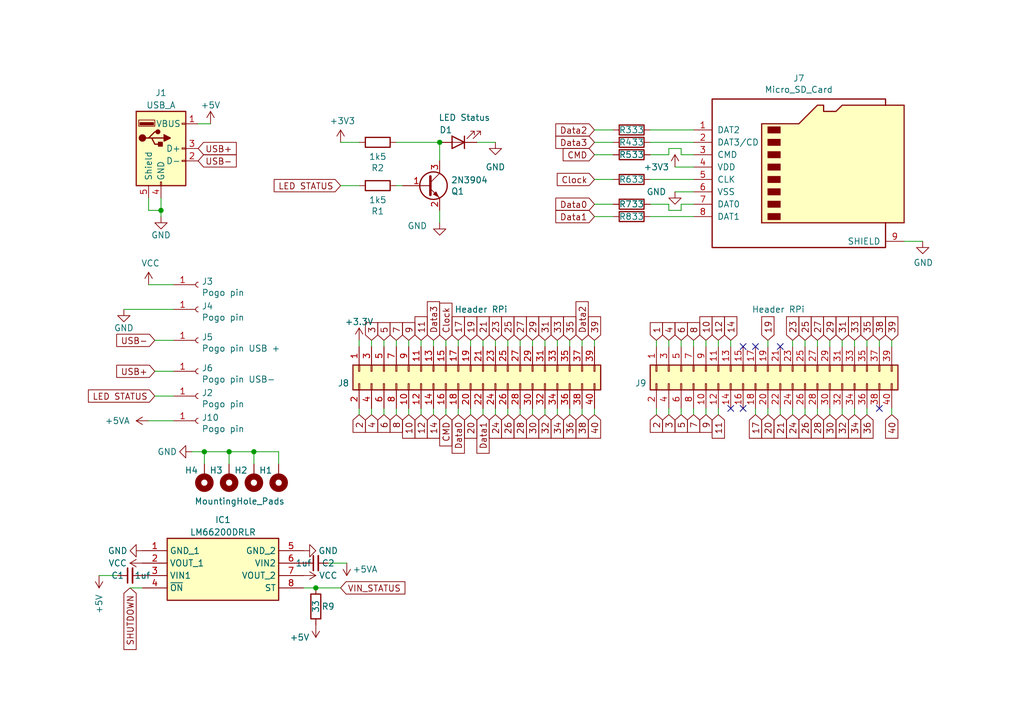
<source format=kicad_sch>
(kicad_sch (version 20230121) (generator eeschema)
  (paper "A5")
  (title_block (title "RPiUSB") (date "2023-07-01") (rev "Rev 2.0") (company "None") (comment 1 "Maker : Pooky'"))
  (lib_symbols
    (symbol "Connector:Micro_SD_Card" (pin_names (offset 1.016))
      (property "Reference" "J" (at -16.51 15.24 0))
      (property "Value" "Micro_SD_Card" (at 16.51 15.24 0))
      (symbol "Micro_SD_Card_0_1"
        (rectangle (start -7.62 -9.525) (end -5.08 -10.795) (fill (type outline)))
        (rectangle (start -7.62 -6.985) (end -5.08 -8.255) (fill (type outline)))
        (rectangle (start -7.62 -4.445) (end -5.08 -5.715) (fill (type outline)))
        (rectangle (start -7.62 -1.905) (end -5.08 -3.175) (fill (type outline)))
        (rectangle (start -7.62 0.635) (end -5.08 -0.635) (fill (type outline)))
        (rectangle (start -7.62 3.175) (end -5.08 1.905) (fill (type outline)))
        (rectangle (start -7.62 5.715) (end -5.08 4.445) (fill (type outline)))
        (rectangle (start -7.62 8.255) (end -5.08 6.985) (fill (type outline)))
        (polyline (pts (xy 16.51 12.7) (xy 16.51 13.97) (xy -19.05 13.97) (xy -19.05 -16.51) (xy 16.51 -16.51) (xy 16.51 -11.43)) (stroke (width 0.254)))
        (polyline (pts (xy -8.89 -11.43) (xy -8.89 8.89) (xy -1.27 8.89) (xy 2.54 12.7) (xy 3.81 12.7) (xy 3.81 11.43) (xy 6.35 11.43) (xy 7.62 12.7) (xy 20.32 12.7) (xy 20.32 -11.43) (xy -8.89 -11.43)) (stroke (width 0.254)) (fill (type background)))
      )
      (symbol "Micro_SD_Card_1_1"
        (pin bidirectional line (at -22.86 7.62 0) (length 3.81) (name "DAT2") (number "1"))
        (pin bidirectional line (at -22.86 5.08 0) (length 3.81) (name "DAT3/CD") (number "2"))
        (pin input line (at -22.86 2.54 0) (length 3.81) (name "CMD") (number "3"))
        (pin power_in line (at -22.86 0 0) (length 3.81) (name "VDD") (number "4"))
        (pin input line (at -22.86 -2.54 0) (length 3.81) (name "CLK") (number "5"))
        (pin power_in line (at -22.86 -5.08 0) (length 3.81) (name "VSS") (number "6"))
        (pin bidirectional line (at -22.86 -7.62 0) (length 3.81) (name "DAT0") (number "7"))
        (pin bidirectional line (at -22.86 -10.16 0) (length 3.81) (name "DAT1") (number "8"))
        (pin passive line (at 20.32 -15.24 180) (length 3.81) (name "SHIELD") (number "9"))
      )
    )
    (symbol "Connector:USB_A" (pin_names (offset 1.016))
      (property "Reference" "J" (at -5.08 11.43 0))
      (property "Value" "USB_A" (at -5.08 8.89 0))
      (symbol "USB_A_0_1"
        (rectangle (start -5.08 -7.62) (end 5.08 7.62) (stroke (width 0.254)) (fill (type background)))
        (circle (center -3.81 2.159) (radius 0.635) (stroke (width 0.254)) (fill (type outline)))
        (rectangle (start -1.524 4.826) (end -4.318 5.334) (fill (type outline)))
        (rectangle (start -1.27 4.572) (end -4.572 5.842))
        (circle (center -0.635 3.429) (radius 0.381) (stroke (width 0.254)) (fill (type outline)))
        (rectangle (start -0.127 -7.62) (end 0.127 -6.858))
        (polyline (pts (xy -3.175 2.159) (xy -2.54 2.159) (xy -1.27 3.429) (xy -0.635 3.429)) (stroke (width 0.254)))
        (polyline (pts (xy -2.54 2.159) (xy -1.905 2.159) (xy -1.27 0.889) (xy 0 0.889)) (stroke (width 0.254)))
        (polyline (pts (xy 0.635 2.794) (xy 0.635 1.524) (xy 1.905 2.159) (xy 0.635 2.794)) (stroke (width 0.254)) (fill (type outline)))
        (rectangle (start 0.254 1.27) (end -0.508 0.508) (stroke (width 0.254)) (fill (type outline)))
        (rectangle (start 5.08 -2.667) (end 4.318 -2.413))
        (rectangle (start 5.08 -0.127) (end 4.318 0.127))
        (rectangle (start 5.08 4.953) (end 4.318 5.207))
      )
      (symbol "USB_A_1_1"
        (polyline (pts (xy -1.905 2.159) (xy 0.635 2.159)) (stroke (width 0.254)))
        (pin power_in line (at 7.62 5.08 180) (length 2.54) (name "VBUS") (number "1"))
        (pin bidirectional line (at 7.62 -2.54 180) (length 2.54) (name "D-") (number "2"))
        (pin bidirectional line (at 7.62 0 180) (length 2.54) (name "D+") (number "3"))
        (pin power_in line (at 0 -10.16 90) (length 2.54) (name "GND") (number "4"))
        (pin passive line (at -2.54 -10.16 90) (length 2.54) (name "Shield") (number "5"))
      )
    )
    (symbol "Connector_Generic:Conn_02x20_Odd_Even" (pin_names (offset 1.016) hide)
      (property "Reference" "J" (at 1.27 25.4 0))
      (property "Value" "Conn_02x20_Odd_Even" (at 1.27 -27.94 0))
      (symbol "Conn_02x20_Odd_Even_1_1"
        (rectangle (start -1.27 -25.273) (end 0 -25.527) (stroke (width 0.1524)))
        (rectangle (start -1.27 -22.733) (end 0 -22.987) (stroke (width 0.1524)))
        (rectangle (start -1.27 -20.193) (end 0 -20.447) (stroke (width 0.1524)))
        (rectangle (start -1.27 -17.653) (end 0 -17.907) (stroke (width 0.1524)))
        (rectangle (start -1.27 -15.113) (end 0 -15.367) (stroke (width 0.1524)))
        (rectangle (start -1.27 -12.573) (end 0 -12.827) (stroke (width 0.1524)))
        (rectangle (start -1.27 -10.033) (end 0 -10.287) (stroke (width 0.1524)))
        (rectangle (start -1.27 -7.493) (end 0 -7.747) (stroke (width 0.1524)))
        (rectangle (start -1.27 -4.953) (end 0 -5.207) (stroke (width 0.1524)))
        (rectangle (start -1.27 -2.413) (end 0 -2.667) (stroke (width 0.1524)))
        (rectangle (start -1.27 0.127) (end 0 -0.127) (stroke (width 0.1524)))
        (rectangle (start -1.27 2.667) (end 0 2.413) (stroke (width 0.1524)))
        (rectangle (start -1.27 5.207) (end 0 4.953) (stroke (width 0.1524)))
        (rectangle (start -1.27 7.747) (end 0 7.493) (stroke (width 0.1524)))
        (rectangle (start -1.27 10.287) (end 0 10.033) (stroke (width 0.1524)))
        (rectangle (start -1.27 12.827) (end 0 12.573) (stroke (width 0.1524)))
        (rectangle (start -1.27 15.367) (end 0 15.113) (stroke (width 0.1524)))
        (rectangle (start -1.27 17.907) (end 0 17.653) (stroke (width 0.1524)))
        (rectangle (start -1.27 20.447) (end 0 20.193) (stroke (width 0.1524)))
        (rectangle (start -1.27 22.987) (end 0 22.733) (stroke (width 0.1524)))
        (rectangle (start -1.27 24.13) (end 3.81 -26.67) (stroke (width 0.254)) (fill (type background)))
        (rectangle (start 3.81 -25.273) (end 2.54 -25.527) (stroke (width 0.1524)))
        (rectangle (start 3.81 -22.733) (end 2.54 -22.987) (stroke (width 0.1524)))
        (rectangle (start 3.81 -20.193) (end 2.54 -20.447) (stroke (width 0.1524)))
        (rectangle (start 3.81 -17.653) (end 2.54 -17.907) (stroke (width 0.1524)))
        (rectangle (start 3.81 -15.113) (end 2.54 -15.367) (stroke (width 0.1524)))
        (rectangle (start 3.81 -12.573) (end 2.54 -12.827) (stroke (width 0.1524)))
        (rectangle (start 3.81 -10.033) (end 2.54 -10.287) (stroke (width 0.1524)))
        (rectangle (start 3.81 -7.493) (end 2.54 -7.747) (stroke (width 0.1524)))
        (rectangle (start 3.81 -4.953) (end 2.54 -5.207) (stroke (width 0.1524)))
        (rectangle (start 3.81 -2.413) (end 2.54 -2.667) (stroke (width 0.1524)))
        (rectangle (start 3.81 0.127) (end 2.54 -0.127) (stroke (width 0.1524)))
        (rectangle (start 3.81 2.667) (end 2.54 2.413) (stroke (width 0.1524)))
        (rectangle (start 3.81 5.207) (end 2.54 4.953) (stroke (width 0.1524)))
        (rectangle (start 3.81 7.747) (end 2.54 7.493) (stroke (width 0.1524)))
        (rectangle (start 3.81 10.287) (end 2.54 10.033) (stroke (width 0.1524)))
        (rectangle (start 3.81 12.827) (end 2.54 12.573) (stroke (width 0.1524)))
        (rectangle (start 3.81 15.367) (end 2.54 15.113) (stroke (width 0.1524)))
        (rectangle (start 3.81 17.907) (end 2.54 17.653) (stroke (width 0.1524)))
        (rectangle (start 3.81 20.447) (end 2.54 20.193) (stroke (width 0.1524)))
        (rectangle (start 3.81 22.987) (end 2.54 22.733) (stroke (width 0.1524)))
        (pin passive line (at -5.08 22.86 0) (length 3.81) (name "Pin_1") (number "1"))
        (pin passive line (at 7.62 12.7 180) (length 3.81) (name "Pin_10") (number "10"))
        (pin passive line (at -5.08 10.16 0) (length 3.81) (name "Pin_11") (number "11"))
        (pin passive line (at 7.62 10.16 180) (length 3.81) (name "Pin_12") (number "12"))
        (pin passive line (at -5.08 7.62 0) (length 3.81) (name "Pin_13") (number "13"))
        (pin passive line (at 7.62 7.62 180) (length 3.81) (name "Pin_14") (number "14"))
        (pin passive line (at -5.08 5.08 0) (length 3.81) (name "Pin_15") (number "15"))
        (pin passive line (at 7.62 5.08 180) (length 3.81) (name "Pin_16") (number "16"))
        (pin passive line (at -5.08 2.54 0) (length 3.81) (name "Pin_17") (number "17"))
        (pin passive line (at 7.62 2.54 180) (length 3.81) (name "Pin_18") (number "18"))
        (pin passive line (at -5.08 0 0) (length 3.81) (name "Pin_19") (number "19"))
        (pin passive line (at 7.62 22.86 180) (length 3.81) (name "Pin_2") (number "2"))
        (pin passive line (at 7.62 0 180) (length 3.81) (name "Pin_20") (number "20"))
        (pin passive line (at -5.08 -2.54 0) (length 3.81) (name "Pin_21") (number "21"))
        (pin passive line (at 7.62 -2.54 180) (length 3.81) (name "Pin_22") (number "22"))
        (pin passive line (at -5.08 -5.08 0) (length 3.81) (name "Pin_23") (number "23"))
        (pin passive line (at 7.62 -5.08 180) (length 3.81) (name "Pin_24") (number "24"))
        (pin passive line (at -5.08 -7.62 0) (length 3.81) (name "Pin_25") (number "25"))
        (pin passive line (at 7.62 -7.62 180) (length 3.81) (name "Pin_26") (number "26"))
        (pin passive line (at -5.08 -10.16 0) (length 3.81) (name "Pin_27") (number "27"))
        (pin passive line (at 7.62 -10.16 180) (length 3.81) (name "Pin_28") (number "28"))
        (pin passive line (at -5.08 -12.7 0) (length 3.81) (name "Pin_29") (number "29"))
        (pin passive line (at -5.08 20.32 0) (length 3.81) (name "Pin_3") (number "3"))
        (pin passive line (at 7.62 -12.7 180) (length 3.81) (name "Pin_30") (number "30"))
        (pin passive line (at -5.08 -15.24 0) (length 3.81) (name "Pin_31") (number "31"))
        (pin passive line (at 7.62 -15.24 180) (length 3.81) (name "Pin_32") (number "32"))
        (pin passive line (at -5.08 -17.78 0) (length 3.81) (name "Pin_33") (number "33"))
        (pin passive line (at 7.62 -17.78 180) (length 3.81) (name "Pin_34") (number "34"))
        (pin passive line (at -5.08 -20.32 0) (length 3.81) (name "Pin_35") (number "35"))
        (pin passive line (at 7.62 -20.32 180) (length 3.81) (name "Pin_36") (number "36"))
        (pin passive line (at -5.08 -22.86 0) (length 3.81) (name "Pin_37") (number "37"))
        (pin passive line (at 7.62 -22.86 180) (length 3.81) (name "Pin_38") (number "38"))
        (pin passive line (at -5.08 -25.4 0) (length 3.81) (name "Pin_39") (number "39"))
        (pin passive line (at 7.62 20.32 180) (length 3.81) (name "Pin_4") (number "4"))
        (pin passive line (at 7.62 -25.4 180) (length 3.81) (name "Pin_40") (number "40"))
        (pin passive line (at -5.08 17.78 0) (length 3.81) (name "Pin_5") (number "5"))
        (pin passive line (at 7.62 17.78 180) (length 3.81) (name "Pin_6") (number "6"))
        (pin passive line (at -5.08 15.24 0) (length 3.81) (name "Pin_7") (number "7"))
        (pin passive line (at 7.62 15.24 180) (length 3.81) (name "Pin_8") (number "8"))
        (pin passive line (at -5.08 12.7 0) (length 3.81) (name "Pin_9") (number "9"))
      )
    )
    (symbol "Device:C_Small" (pin_numbers hide) (pin_names (offset 0.254) hide)
      (property "Reference" "C" (at 0.254 1.778 0))
      (property "Value" "C_Small" (at 0.254 -2.032 0))
      (symbol "C_Small_0_1"
        (polyline (pts (xy -1.524 -0.508) (xy 1.524 -0.508)) (stroke (width 0.3302)))
        (polyline (pts (xy -1.524 0.508) (xy 1.524 0.508)) (stroke (width 0.3048)))
      )
      (symbol "C_Small_1_1"
        (pin passive line (at 0 2.54 270) (length 2.032) (name "~") (number "1"))
        (pin passive line (at 0 -2.54 90) (length 2.032) (name "~") (number "2"))
      )
    )
    (symbol "Device:LED" (pin_numbers hide) (pin_names (offset 1.016) hide)
      (property "Reference" "D" (at 0 2.54 0))
      (property "Value" "LED" (at 0 -2.54 0))
      (symbol "LED_0_1"
        (polyline (pts (xy -1.27 -1.27) (xy -1.27 1.27)) (stroke (width 0.254)))
        (polyline (pts (xy -1.27 0) (xy 1.27 0)))
        (polyline (pts (xy 1.27 -1.27) (xy 1.27 1.27) (xy -1.27 0) (xy 1.27 -1.27)) (stroke (width 0.254)))
        (polyline (pts (xy -3.048 -0.762) (xy -4.572 -2.286) (xy -3.81 -2.286) (xy -4.572 -2.286) (xy -4.572 -1.524)))
        (polyline (pts (xy -1.778 -0.762) (xy -3.302 -2.286) (xy -2.54 -2.286) (xy -3.302 -2.286) (xy -3.302 -1.524)))
      )
      (symbol "LED_1_1"
        (pin passive line (at -3.81 0 0) (length 2.54) (name "K") (number "1"))
        (pin passive line (at 3.81 0 180) (length 2.54) (name "A") (number "2"))
      )
    )
    (symbol "Device:R" (pin_numbers hide) (pin_names (offset 0))
      (property "Reference" "R" (at 2.032 0 90))
      (property "Value" "R" (at 0 0 90))
      (symbol "R_0_1"
        (rectangle (start -1.016 -2.54) (end 1.016 2.54) (stroke (width 0.254)))
      )
      (symbol "R_1_1"
        (pin passive line (at 0 3.81 270) (length 1.27) (name "~") (number "1"))
        (pin passive line (at 0 -3.81 90) (length 1.27) (name "~") (number "2"))
      )
    )
    (symbol "LM66200DRLR:LM66200DRLR"
      (property "Reference" "IC" (at 29.21 7.62 0))
      (property "Value" "LM66200DRLR" (at 29.21 5.08 0))
      (symbol "LM66200DRLR_1_1"
        (rectangle (start 5.08 2.54) (end 27.94 -10.16) (stroke (width 0.254)) (fill (type background)))
        (pin passive line (at 0 0 0) (length 5.08) (name "GND_1") (number "1"))
        (pin passive line (at 0 -2.54 0) (length 5.08) (name "VOUT_1") (number "2"))
        (pin passive line (at 0 -5.08 0) (length 5.08) (name "VIN1") (number "3"))
        (pin passive line (at 0 -7.62 0) (length 5.08) (name "~{ON}") (number "4"))
        (pin passive line (at 33.02 0 180) (length 5.08) (name "GND_2") (number "5"))
        (pin passive line (at 33.02 -2.54 180) (length 5.08) (name "VIN2") (number "6"))
        (pin passive line (at 33.02 -5.08 180) (length 5.08) (name "VOUT_2") (number "7"))
        (pin passive line (at 33.02 -7.62 180) (length 5.08) (name "ST") (number "8"))
      )
    )
    (symbol "Mechanical:MountingHole_Pad" (pin_numbers hide) (pin_names (offset 1.016) hide)
      (property "Reference" "H" (at 0 6.35 0))
      (property "Value" "MountingHole_Pad" (at 0 4.445 0))
      (symbol "MountingHole_Pad_0_1"
        (circle (center 0 1.27) (radius 1.27) (stroke (width 1.27)))
      )
      (symbol "MountingHole_Pad_1_1"
        (pin input line (at 0 -2.54 90) (length 2.54) (name "1") (number "1"))
      )
    )
    (symbol "RPIUSB-rescue:+3.3V-power" (power) (pin_names (offset 0))
      (property "Value" "+3.3V-power" (at 0 3.556 0))
      (symbol "+3.3V-power_0_1"
        (polyline (pts (xy -0.762 1.27) (xy 0 2.54)))
        (polyline (pts (xy 0 0) (xy 0 2.54)))
        (polyline (pts (xy 0 2.54) (xy 0.762 1.27)))
      )
      (symbol "+3.3V-power_1_1"
        (pin power_in line (at 0 0 90) (length 0) hide (name "+3V3") (number "1"))
      )
    )
    (symbol "RPIUSB-rescue:Conn_01x01_Female-Connector" (pin_names (offset 1.016) hide)
      (property "Reference" "J" (at 0 2.54 0))
      (property "Value" "Connector_Conn_01x01_Female" (at 0 -2.54 0))
      (symbol "Conn_01x01_Female-Connector_1_1"
        (polyline (pts (xy -1.27 0) (xy -0.508 0)) (stroke (width 0.1524)))
        (arc (start 0 0.508) (mid -0.5058 0) (end 0 -0.508) (stroke (width 0.1524)))
        (pin passive line (at -5.08 0 0) (length 3.81) (name "Pin_1") (number "1"))
      )
    )
    (symbol "Transistor_BJT:2N3904" (pin_names (offset 0) hide)
      (property "Reference" "Q1" (at 4.8514 -1.1684 0))
      (property "Value" "2N3904" (at 4.8514 1.143 0))
      (symbol "2N3904_0_1"
        (polyline (pts (xy 0.635 0.635) (xy 2.54 2.54)))
        (polyline (pts (xy 0.635 -0.635) (xy 2.54 -2.54) (xy 2.54 -2.54)))
        (polyline (pts (xy 0.635 1.905) (xy 0.635 -1.905) (xy 0.635 -1.905)) (stroke (width 0.508)))
        (polyline (pts (xy 1.27 -1.778) (xy 1.778 -1.27) (xy 2.286 -2.286) (xy 1.27 -1.778) (xy 1.27 -1.778)) (fill (type outline)))
        (circle (center 1.27 0) (radius 2.8194) (stroke (width 0.254)))
      )
      (symbol "2N3904_1_1"
        (pin passive line (at -5.08 0 0) (length 5.715) (name "B") (number "1"))
        (pin passive line (at 2.54 -5.08 90) (length 2.54) (name "E") (number "2"))
        (pin passive line (at 2.54 5.08 270) (length 2.54) (name "C") (number "3"))
      )
    )
    (symbol "power:+3.3V" (power) (pin_names (offset 0))
      (property "Value" "+3.3V" (at 0 3.556 0))
      (symbol "+3.3V_0_1"
        (polyline (pts (xy -0.762 1.27) (xy 0 2.54)))
        (polyline (pts (xy 0 0) (xy 0 2.54)))
        (polyline (pts (xy 0 2.54) (xy 0.762 1.27)))
      )
      (symbol "+3.3V_1_1"
        (pin power_in line (at 0 0 90) (length 0) hide (name "+3.3V") (number "1"))
      )
    )
    (symbol "power:+5V" (power) (pin_names (offset 0))
      (property "Value" "+5V" (at 0 3.556 0))
      (symbol "+5V_0_1"
        (polyline (pts (xy -0.762 1.27) (xy 0 2.54)))
        (polyline (pts (xy 0 0) (xy 0 2.54)))
        (polyline (pts (xy 0 2.54) (xy 0.762 1.27)))
      )
      (symbol "+5V_1_1"
        (pin power_in line (at 0 0 90) (length 0) hide (name "+5V") (number "1"))
      )
    )
    (symbol "power:+5VA" (power) (pin_names (offset 0))
      (property "Value" "+5VA" (at 0 3.556 0))
      (symbol "+5VA_0_1"
        (polyline (pts (xy -0.762 1.27) (xy 0 2.54)))
        (polyline (pts (xy 0 0) (xy 0 2.54)))
        (polyline (pts (xy 0 2.54) (xy 0.762 1.27)))
      )
      (symbol "+5VA_1_1"
        (pin power_in line (at 0 0 90) (length 0) hide (name "+5VA") (number "1"))
      )
    )
    (symbol "power:GND" (power) (pin_names (offset 0))
      (property "Value" "GND" (at 0 -3.81 0))
      (symbol "GND_0_1"
        (polyline (pts (xy 0 0) (xy 0 -1.27) (xy 1.27 -1.27) (xy 0 -2.54) (xy -1.27 -1.27) (xy 0 -1.27)))
      )
      (symbol "GND_1_1"
        (pin power_in line (at 0 0 270) (length 0) hide (name "GND") (number "1"))
      )
    )
    (symbol "power:VCC" (power) (pin_names (offset 0))
      (property "Value" "VCC" (at 0 3.81 0))
      (symbol "VCC_0_1"
        (polyline (pts (xy -0.762 1.27) (xy 0 2.54)))
        (polyline (pts (xy 0 0) (xy 0 2.54)))
        (polyline (pts (xy 0 2.54) (xy 0.762 1.27)))
      )
      (symbol "VCC_1_1"
        (pin power_in line (at 0 0 90) (length 0) hide (name "VCC") (number "1"))
      )
    )
  )
  (junction (at 64.77 120.65))
  (junction (at 33.02 43.18))
  (junction (at 41.91 92.71))
  (junction (at 90.17 29.21))
  (junction (at 52.07 92.71))
  (junction (at 46.99 92.71))
  (no_connect (at 180.34 83.82))
  (no_connect (at 149.86 83.82))
  (no_connect (at 154.94 71.12))
  (no_connect (at 152.4 71.12))
  (no_connect (at 152.4 83.82))
  (no_connect (at 160.02 71.12))
  (wire (pts (xy 160.02 85.09) (xy 160.02 83.82)))
  (wire (pts (xy 46.99 95.25) (xy 46.99 92.71)))
  (wire (pts (xy 81.28 71.12) (xy 81.28 69.85)))
  (wire (pts (xy 157.48 69.85) (xy 157.48 71.12)))
  (wire (pts (xy 121.92 85.09) (xy 121.92 83.82)))
  (wire (pts (xy 86.36 85.09) (xy 86.36 83.82)))
  (wire (pts (xy 96.52 85.09) (xy 96.52 83.82)))
  (wire (pts (xy 167.64 71.12) (xy 167.64 69.85)))
  (wire (pts (xy 182.88 85.09) (xy 182.88 83.82)))
  (wire (pts (xy 165.1 85.09) (xy 165.1 83.82)))
  (wire (pts (xy 90.17 29.21) (xy 81.28 29.21)))
  (wire (pts (xy 121.92 71.12) (xy 121.92 69.85)))
  (wire (pts (xy 133.35 36.83) (xy 142.24 36.83)))
  (wire (pts (xy 64.77 120.65) (xy 69.85 120.65)))
  (wire (pts (xy 172.72 85.09) (xy 172.72 83.82)))
  (wire (pts (xy 172.72 71.12) (xy 172.72 69.85)))
  (wire (pts (xy 93.98 85.09) (xy 93.98 83.82)))
  (wire (pts (xy 33.02 40.64) (xy 33.02 43.18)))
  (wire (pts (xy 121.92 26.67) (xy 125.73 26.67)))
  (wire (pts (xy 86.36 71.12) (xy 86.36 69.85)))
  (wire (pts (xy 90.17 33.02) (xy 90.17 29.21)))
  (wire (pts (xy 93.98 71.12) (xy 93.98 69.85)))
  (wire (pts (xy 144.78 85.09) (xy 144.78 83.82)))
  (wire (pts (xy 52.07 92.71) (xy 46.99 92.71)))
  (wire (pts (xy 111.76 71.12) (xy 111.76 69.85)))
  (wire (pts (xy 99.06 85.09) (xy 99.06 83.82)))
  (wire (pts (xy 139.7 30.48) (xy 139.7 31.75)))
  (wire (pts (xy 137.16 30.48) (xy 139.7 30.48)))
  (wire (pts (xy 180.34 71.12) (xy 180.34 69.85)))
  (wire (pts (xy 69.85 38.1) (xy 73.66 38.1)))
  (wire (pts (xy 121.92 31.75) (xy 125.73 31.75)))
  (wire (pts (xy 33.02 43.18) (xy 33.02 44.45)))
  (wire (pts (xy 125.73 29.21) (xy 121.92 29.21)))
  (wire (pts (xy 35.56 69.85) (xy 31.75 69.85)))
  (wire (pts (xy 182.88 71.12) (xy 182.88 69.85)))
  (wire (pts (xy 142.24 29.21) (xy 133.35 29.21)))
  (wire (pts (xy 104.14 85.09) (xy 104.14 83.82)))
  (wire (pts (xy 106.68 71.12) (xy 106.68 69.85)))
  (wire (pts (xy 139.7 41.91) (xy 139.7 43.18)))
  (wire (pts (xy 73.66 85.09) (xy 73.66 83.82)))
  (wire (pts (xy 76.2 71.12) (xy 76.2 69.85)))
  (wire (pts (xy 147.32 71.12) (xy 147.32 69.85)))
  (wire (pts (xy 157.48 85.09) (xy 157.48 83.82)))
  (wire (pts (xy 139.7 71.12) (xy 139.7 69.85)))
  (wire (pts (xy 78.74 85.09) (xy 78.74 83.82)))
  (wire (pts (xy 52.07 95.25) (xy 52.07 92.71)))
  (wire (pts (xy 114.3 71.12) (xy 114.3 69.85)))
  (wire (pts (xy 147.32 85.09) (xy 147.32 83.82)))
  (wire (pts (xy 106.68 85.09) (xy 106.68 83.82)))
  (wire (pts (xy 76.2 85.09) (xy 76.2 83.82)))
  (wire (pts (xy 139.7 43.18) (xy 137.16 43.18)))
  (wire (pts (xy 109.22 85.09) (xy 109.22 83.82)))
  (wire (pts (xy 137.16 43.18) (xy 137.16 41.91)))
  (wire (pts (xy 101.6 71.12) (xy 101.6 69.85)))
  (wire (pts (xy 139.7 31.75) (xy 142.24 31.75)))
  (wire (pts (xy 90.17 45.72) (xy 90.17 43.18)))
  (wire (pts (xy 175.26 85.09) (xy 175.26 83.82)))
  (wire (pts (xy 142.24 41.91) (xy 139.7 41.91)))
  (wire (pts (xy 142.24 85.09) (xy 142.24 83.82)))
  (wire (pts (xy 67.31 115.57) (xy 71.12 115.57)))
  (wire (pts (xy 62.23 120.65) (xy 64.77 120.65)))
  (wire (pts (xy 111.76 85.09) (xy 111.76 83.82)))
  (wire (pts (xy 114.3 85.09) (xy 114.3 83.82)))
  (wire (pts (xy 31.75 81.28) (xy 35.56 81.28)))
  (wire (pts (xy 175.26 71.12) (xy 175.26 69.85)))
  (wire (pts (xy 116.84 71.12) (xy 116.84 69.85)))
  (wire (pts (xy 30.48 86.36) (xy 35.56 86.36)))
  (wire (pts (xy 82.55 38.1) (xy 81.28 38.1)))
  (wire (pts (xy 57.15 95.25) (xy 57.15 92.71)))
  (wire (pts (xy 134.62 71.12) (xy 134.62 69.85)))
  (wire (pts (xy 25.4 63.5) (xy 35.56 63.5)))
  (wire (pts (xy 40.64 25.4) (xy 43.18 25.4)))
  (wire (pts (xy 162.56 85.09) (xy 162.56 83.82)))
  (wire (pts (xy 83.82 85.09) (xy 83.82 83.82)))
  (wire (pts (xy 134.62 85.09) (xy 134.62 83.82)))
  (wire (pts (xy 91.44 71.12) (xy 91.44 69.85)))
  (wire (pts (xy 137.16 71.12) (xy 137.16 69.85)))
  (wire (pts (xy 88.9 83.82) (xy 88.9 85.09)))
  (wire (pts (xy 30.48 43.18) (xy 33.02 43.18)))
  (wire (pts (xy 20.32 118.11) (xy 24.13 118.11)))
  (wire (pts (xy 133.35 44.45) (xy 142.24 44.45)))
  (wire (pts (xy 88.9 71.12) (xy 88.9 69.85)))
  (wire (pts (xy 177.8 71.12) (xy 177.8 69.85)))
  (wire (pts (xy 73.66 29.21) (xy 69.85 29.21)))
  (wire (pts (xy 133.35 26.67) (xy 142.24 26.67)))
  (wire (pts (xy 137.16 31.75) (xy 137.16 30.48)))
  (wire (pts (xy 73.66 71.12) (xy 73.66 69.85)))
  (wire (pts (xy 144.78 71.12) (xy 144.78 69.85)))
  (wire (pts (xy 119.38 71.12) (xy 119.38 69.85)))
  (wire (pts (xy 83.82 71.12) (xy 83.82 69.85)))
  (wire (pts (xy 41.91 95.25) (xy 41.91 92.71)))
  (wire (pts (xy 109.22 71.12) (xy 109.22 69.85)))
  (wire (pts (xy 30.48 40.64) (xy 30.48 43.18)))
  (wire (pts (xy 133.35 31.75) (xy 137.16 31.75)))
  (wire (pts (xy 165.1 71.12) (xy 165.1 69.85)))
  (wire (pts (xy 137.16 85.09) (xy 137.16 83.82)))
  (wire (pts (xy 116.84 85.09) (xy 116.84 83.82)))
  (wire (pts (xy 101.6 85.09) (xy 101.6 83.82)))
  (wire (pts (xy 149.86 71.12) (xy 149.86 69.85)))
  (wire (pts (xy 139.7 85.09) (xy 139.7 83.82)))
  (wire (pts (xy 78.74 71.12) (xy 78.74 69.85)))
  (wire (pts (xy 167.64 85.09) (xy 167.64 83.82)))
  (wire (pts (xy 170.18 85.09) (xy 170.18 83.82)))
  (wire (pts (xy 121.92 41.91) (xy 125.73 41.91)))
  (wire (pts (xy 154.94 85.09) (xy 154.94 83.82)))
  (wire (pts (xy 57.15 92.71) (xy 52.07 92.71)))
  (wire (pts (xy 101.6 29.21) (xy 97.79 29.21)))
  (wire (pts (xy 125.73 44.45) (xy 121.92 44.45)))
  (wire (pts (xy 91.44 83.82) (xy 91.44 85.09)))
  (wire (pts (xy 119.38 83.82) (xy 119.38 85.09)))
  (wire (pts (xy 99.06 71.12) (xy 99.06 69.85)))
  (wire (pts (xy 81.28 85.09) (xy 81.28 83.82)))
  (wire (pts (xy 104.14 71.12) (xy 104.14 69.85)))
  (wire (pts (xy 142.24 71.12) (xy 142.24 69.85)))
  (wire (pts (xy 41.91 92.71) (xy 39.37 92.71)))
  (wire (pts (xy 31.75 76.2) (xy 35.56 76.2)))
  (wire (pts (xy 46.99 92.71) (xy 41.91 92.71)))
  (wire (pts (xy 137.16 41.91) (xy 133.35 41.91)))
  (wire (pts (xy 142.24 34.29) (xy 138.43 34.29)))
  (wire (pts (xy 125.73 36.83) (xy 121.92 36.83)))
  (wire (pts (xy 162.56 71.12) (xy 162.56 69.85)))
  (wire (pts (xy 142.24 39.37) (xy 138.43 39.37)))
  (wire (pts (xy 170.18 71.12) (xy 170.18 69.85)))
  (wire (pts (xy 96.52 71.12) (xy 96.52 69.85)))
  (wire (pts (xy 185.42 49.53) (xy 189.23 49.53)))
  (wire (pts (xy 26.67 120.65) (xy 29.21 120.65)))
  (wire (pts (xy 177.8 85.09) (xy 177.8 83.82)))
  (wire (pts (xy 30.48 58.42) (xy 35.56 58.42)))
  (global_label "10" (shape input) (at 83.82 85.09 270) (property "Intersheetrefs" "${INTERSHEET_REFS}" (effects hide)))
  (global_label "Data3" (shape input) (at 121.92 29.21 180) (property "Intersheetrefs" "${INTERSHEET_REFS}" (effects hide)))
  (global_label "33" (shape input) (at 175.26 69.85 90) (property "Intersheetrefs" "${INTERSHEET_REFS}" (effects hide)))
  (global_label "2" (shape input) (at 134.62 85.09 270) (property "Intersheetrefs" "${INTERSHEET_REFS}" (effects hide)))
  (global_label "17" (shape input) (at 154.94 85.09 270) (property "Intersheetrefs" "${INTERSHEET_REFS}" (effects hide)))
  (global_label "CMD" (shape input) (at 121.92 31.75 180) (property "Intersheetrefs" "${INTERSHEET_REFS}" (effects hide)))
  (global_label "35" (shape input) (at 116.84 69.85 90) (property "Intersheetrefs" "${INTERSHEET_REFS}" (effects hide)))
  (global_label "Data3" (shape input) (at 88.9 69.85 90) (property "Intersheetrefs" "${INTERSHEET_REFS}" (effects hide)))
  (global_label "2" (shape input) (at 73.66 85.09 270) (property "Intersheetrefs" "${INTERSHEET_REFS}" (effects hide)))
  (global_label "29" (shape input) (at 109.22 69.85 90) (property "Intersheetrefs" "${INTERSHEET_REFS}" (effects hide)))
  (global_label "9" (shape input) (at 144.78 85.09 270) (property "Intersheetrefs" "${INTERSHEET_REFS}" (effects hide)))
  (global_label "17" (shape input) (at 93.98 69.85 90) (property "Intersheetrefs" "${INTERSHEET_REFS}" (effects hide)))
  (global_label "4" (shape input) (at 137.16 69.85 90) (property "Intersheetrefs" "${INTERSHEET_REFS}" (effects hide)))
  (global_label "Clock" (shape input) (at 91.44 69.85 90) (property "Intersheetrefs" "${INTERSHEET_REFS}" (effects hide)))
  (global_label "27" (shape input) (at 106.68 69.85 90) (property "Intersheetrefs" "${INTERSHEET_REFS}" (effects hide)))
  (global_label "38" (shape input) (at 119.38 85.09 270) (property "Intersheetrefs" "${INTERSHEET_REFS}" (effects hide)))
  (global_label "14" (shape input) (at 149.86 69.85 90) (property "Intersheetrefs" "${INTERSHEET_REFS}" (effects hide)))
  (global_label "Data0" (shape input) (at 93.98 85.09 270) (property "Intersheetrefs" "${INTERSHEET_REFS}" (effects hide)))
  (global_label "28" (shape input) (at 106.68 85.09 270) (property "Intersheetrefs" "${INTERSHEET_REFS}" (effects hide)))
  (global_label "1" (shape input) (at 134.62 69.85 90) (property "Intersheetrefs" "${INTERSHEET_REFS}" (effects hide)))
  (global_label "40" (shape input) (at 121.92 85.09 270) (property "Intersheetrefs" "${INTERSHEET_REFS}" (effects hide)))
  (global_label "38" (shape input) (at 180.34 69.85 90) (property "Intersheetrefs" "${INTERSHEET_REFS}" (effects hide)))
  (global_label "9" (shape input) (at 83.82 69.85 90) (property "Intersheetrefs" "${INTERSHEET_REFS}" (effects hide)))
  (global_label "28" (shape input) (at 167.64 85.09 270) (property "Intersheetrefs" "${INTERSHEET_REFS}" (effects hide)))
  (global_label "VIN_STATUS" (shape input) (at 69.85 120.65 0) (property "Intersheetrefs" "${INTERSHEET_REFS}" (effects hide)))
  (global_label "Clock" (shape input) (at 121.92 36.83 180) (property "Intersheetrefs" "${INTERSHEET_REFS}" (effects hide)))
  (global_label "20" (shape input) (at 157.48 85.09 270) (property "Intersheetrefs" "${INTERSHEET_REFS}" (effects hide)))
  (global_label "39" (shape input) (at 182.88 69.85 90) (property "Intersheetrefs" "${INTERSHEET_REFS}" (effects hide)))
  (global_label "Data2" (shape input) (at 119.38 69.85 90) (property "Intersheetrefs" "${INTERSHEET_REFS}" (effects hide)))
  (global_label "LED STATUS" (shape input) (at 31.75 81.28 180) (property "Intersheetrefs" "${INTERSHEET_REFS}" (effects hide)))
  (global_label "30" (shape input) (at 109.22 85.09 270) (property "Intersheetrefs" "${INTERSHEET_REFS}" (effects hide)))
  (global_label "CMD" (shape input) (at 91.44 85.09 270) (property "Intersheetrefs" "${INTERSHEET_REFS}" (effects hide)))
  (global_label "7" (shape input) (at 81.28 69.85 90) (property "Intersheetrefs" "${INTERSHEET_REFS}" (effects hide)))
  (global_label "23" (shape input) (at 162.56 69.85 90) (property "Intersheetrefs" "${INTERSHEET_REFS}" (effects hide)))
  (global_label "32" (shape input) (at 172.72 85.09 270) (property "Intersheetrefs" "${INTERSHEET_REFS}" (effects hide)))
  (global_label "36" (shape input) (at 177.8 85.09 270) (property "Intersheetrefs" "${INTERSHEET_REFS}" (effects hide)))
  (global_label "39" (shape input) (at 121.92 69.85 90) (property "Intersheetrefs" "${INTERSHEET_REFS}" (effects hide)))
  (global_label "USB-" (shape input) (at 40.64 33.02 0) (property "Intersheetrefs" "${INTERSHEET_REFS}" (effects hide)))
  (global_label "25" (shape input) (at 165.1 69.85 90) (property "Intersheetrefs" "${INTERSHEET_REFS}" (effects hide)))
  (global_label "12" (shape input) (at 86.36 85.09 270) (property "Intersheetrefs" "${INTERSHEET_REFS}" (effects hide)))
  (global_label "5" (shape input) (at 78.74 69.85 90) (property "Intersheetrefs" "${INTERSHEET_REFS}" (effects hide)))
  (global_label "26" (shape input) (at 104.14 85.09 270) (property "Intersheetrefs" "${INTERSHEET_REFS}" (effects hide)))
  (global_label "11" (shape input) (at 147.32 85.09 270) (property "Intersheetrefs" "${INTERSHEET_REFS}" (effects hide)))
  (global_label "5" (shape input) (at 139.7 85.09 270) (property "Intersheetrefs" "${INTERSHEET_REFS}" (effects hide)))
  (global_label "24" (shape input) (at 162.56 85.09 270) (property "Intersheetrefs" "${INTERSHEET_REFS}" (effects hide)))
  (global_label "10" (shape input) (at 144.78 69.85 90) (property "Intersheetrefs" "${INTERSHEET_REFS}" (effects hide)))
  (global_label "8" (shape input) (at 81.28 85.09 270) (property "Intersheetrefs" "${INTERSHEET_REFS}" (effects hide)))
  (global_label "24" (shape input) (at 101.6 85.09 270) (property "Intersheetrefs" "${INTERSHEET_REFS}" (effects hide)))
  (global_label "33" (shape input) (at 114.3 69.85 90) (property "Intersheetrefs" "${INTERSHEET_REFS}" (effects hide)))
  (global_label "19" (shape input) (at 96.52 69.85 90) (property "Intersheetrefs" "${INTERSHEET_REFS}" (effects hide)))
  (global_label "35" (shape input) (at 177.8 69.85 90) (property "Intersheetrefs" "${INTERSHEET_REFS}" (effects hide)))
  (global_label "23" (shape input) (at 101.6 69.85 90) (property "Intersheetrefs" "${INTERSHEET_REFS}" (effects hide)))
  (global_label "7" (shape input) (at 142.24 85.09 270) (property "Intersheetrefs" "${INTERSHEET_REFS}" (effects hide)))
  (global_label "29" (shape input) (at 170.18 69.85 90) (property "Intersheetrefs" "${INTERSHEET_REFS}" (effects hide)))
  (global_label "6" (shape input) (at 78.74 85.09 270) (property "Intersheetrefs" "${INTERSHEET_REFS}" (effects hide)))
  (global_label "3" (shape input) (at 76.2 69.85 90) (property "Intersheetrefs" "${INTERSHEET_REFS}" (effects hide)))
  (global_label "32" (shape input) (at 111.76 85.09 270) (property "Intersheetrefs" "${INTERSHEET_REFS}" (effects hide)))
  (global_label "11" (shape input) (at 86.36 69.85 90) (property "Intersheetrefs" "${INTERSHEET_REFS}" (effects hide)))
  (global_label "27" (shape input) (at 167.64 69.85 90) (property "Intersheetrefs" "${INTERSHEET_REFS}" (effects hide)))
  (global_label "12" (shape input) (at 147.32 69.85 90) (property "Intersheetrefs" "${INTERSHEET_REFS}" (effects hide)))
  (global_label "34" (shape input) (at 175.26 85.09 270) (property "Intersheetrefs" "${INTERSHEET_REFS}" (effects hide)))
  (global_label "SHUTDOWN" (shape input) (at 26.67 120.65 270) (property "Intersheetrefs" "${INTERSHEET_REFS}" (effects hide)))
  (global_label "34" (shape input) (at 114.3 85.09 270) (property "Intersheetrefs" "${INTERSHEET_REFS}" (effects hide)))
  (global_label "3" (shape input) (at 137.16 85.09 270) (property "Intersheetrefs" "${INTERSHEET_REFS}" (effects hide)))
  (global_label "31" (shape input) (at 172.72 69.85 90) (property "Intersheetrefs" "${INTERSHEET_REFS}" (effects hide)))
  (global_label "LED STATUS" (shape input) (at 69.85 38.1 180) (property "Intersheetrefs" "${INTERSHEET_REFS}" (effects hide)))
  (global_label "21" (shape input) (at 160.02 85.09 270) (property "Intersheetrefs" "${INTERSHEET_REFS}" (effects hide)))
  (global_label "26" (shape input) (at 165.1 85.09 270) (property "Intersheetrefs" "${INTERSHEET_REFS}" (effects hide)))
  (global_label "Data1" (shape input) (at 99.06 85.09 270) (property "Intersheetrefs" "${INTERSHEET_REFS}" (effects hide)))
  (global_label "4" (shape input) (at 76.2 85.09 270) (property "Intersheetrefs" "${INTERSHEET_REFS}" (effects hide)))
  (global_label "19" (shape input) (at 157.48 69.85 90) (property "Intersheetrefs" "${INTERSHEET_REFS}" (effects hide)))
  (global_label "Data0" (shape input) (at 121.92 41.91 180) (property "Intersheetrefs" "${INTERSHEET_REFS}" (effects hide)))
  (global_label "36" (shape input) (at 116.84 85.09 270) (property "Intersheetrefs" "${INTERSHEET_REFS}" (effects hide)))
  (global_label "USB+" (shape input) (at 31.75 76.2 180) (property "Intersheetrefs" "${INTERSHEET_REFS}" (effects hide)))
  (global_label "25" (shape input) (at 104.14 69.85 90) (property "Intersheetrefs" "${INTERSHEET_REFS}" (effects hide)))
  (global_label "Data2" (shape input) (at 121.92 26.67 180) (property "Intersheetrefs" "${INTERSHEET_REFS}" (effects hide)))
  (global_label "USB+" (shape input) (at 40.64 30.48 0) (property "Intersheetrefs" "${INTERSHEET_REFS}" (effects hide)))
  (global_label "30" (shape input) (at 170.18 85.09 270) (property "Intersheetrefs" "${INTERSHEET_REFS}" (effects hide)))
  (global_label "21" (shape input) (at 99.06 69.85 90) (property "Intersheetrefs" "${INTERSHEET_REFS}" (effects hide)))
  (global_label "USB-" (shape input) (at 31.75 69.85 180) (property "Intersheetrefs" "${INTERSHEET_REFS}" (effects hide)))
  (global_label "20" (shape input) (at 96.52 85.09 270) (property "Intersheetrefs" "${INTERSHEET_REFS}" (effects hide)))
  (global_label "6" (shape input) (at 139.7 69.85 90) (property "Intersheetrefs" "${INTERSHEET_REFS}" (effects hide)))
  (global_label "31" (shape input) (at 111.76 69.85 90) (property "Intersheetrefs" "${INTERSHEET_REFS}" (effects hide)))
  (global_label "40" (shape input) (at 182.88 85.09 270) (property "Intersheetrefs" "${INTERSHEET_REFS}" (effects hide)))
  (global_label "14" (shape input) (at 88.9 85.09 270) (property "Intersheetrefs" "${INTERSHEET_REFS}" (effects hide)))
  (global_label "8" (shape input) (at 142.24 69.85 90) (property "Intersheetrefs" "${INTERSHEET_REFS}" (effects hide)))
  (global_label "Data1" (shape input) (at 121.92 44.45 180) (property "Intersheetrefs" "${INTERSHEET_REFS}" (effects hide)))
  (symbol (lib_id "RPIUSB-rescue:Conn_01x01_Female-Connector") (at 40.64 86.36 0) (unit 1)
    (property "Reference" "J10" (at 41.3512 85.6996 0) (effects (justify left)))
    (property "Value" "Pogo pin" (at 41.3512 88.011 0) (effects (justify left)))
    (property "Footprint" "Connector_Pin:Pin_D0.9mm_L10.0mm_W2.4mm_FlatFork" (effects hide))
  )
  (symbol (lib_id "Mechanical:MountingHole_Pad") (at 52.07 97.79 180) (unit 1)
    (property "Reference" "H2" (at 50.8 96.52 0) (effects (justify left)))
    (property "Value" "MountingHole_Pad" (effects hide))
    (property "Footprint" "MountingHole:MountingHole_2.7mm_M2.5_Pad" (effects hide))
  )
  (symbol (lib_id "Connector_Generic:Conn_02x20_Odd_Even") (at 157.48 76.2 90) (mirror x) (unit 1)
    (property "Reference" "J9" (at 132.6134 78.6384 90) (effects (justify left)))
    (property "Value" "Header RPi" (at 165.1 63.5 90) (effects (justify left)))
    (property "Footprint" "Connector_PinSocket_2.54mm:PinSocket_2x20_P2.54mm_Vertical" (effects hide))
  )
  (symbol (lib_id "power:GND") (at 29.21 113.03 270) (unit 1)
    (property "Reference" "#PWR013" (effects hide))
    (property "Value" "GND" (at 24.13 113.03 90))
  )
  (symbol (lib_id "power:GND") (at 189.23 49.53 0) (unit 1)
    (property "Reference" "#PWR09" (effects hide))
    (property "Value" "GND" (at 189.357 53.9242 0))
  )
  (symbol (lib_id "RPIUSB-rescue:Conn_01x01_Female-Connector") (at 40.64 76.2 0) (unit 1)
    (property "Reference" "J6" (at 41.3512 75.5396 0) (effects (justify left)))
    (property "Value" "Pogo pin USB-" (at 41.3512 77.851 0) (effects (justify left)))
    (property "Footprint" "Connector_Pin:Pin_D0.9mm_L10.0mm_W2.4mm_FlatFork" (effects hide))
  )
  (symbol (lib_id "RPIUSB-rescue:+3.3V-power") (at 138.43 34.29 0) (unit 1)
    (property "Reference" "#PWR07" (effects hide))
    (property "Value" "+3.3V" (at 134.62 34.29 0))
  )
  (symbol (lib_id "power:GND") (at 138.43 39.37 0) (unit 1)
    (property "Reference" "#PWR08" (effects hide))
    (property "Value" "GND" (at 134.62 39.37 0))
  )
  (symbol (lib_id "power:GND") (at 62.23 113.03 90) (unit 1)
    (property "Reference" "#PWR014" (effects hide))
    (property "Value" "GND" (at 67.31 113.03 90))
  )
  (symbol (lib_id "RPIUSB-rescue:Conn_01x01_Female-Connector") (at 40.64 63.5 0) (unit 1)
    (property "Reference" "J4" (at 41.3512 62.8396 0) (effects (justify left)))
    (property "Value" "Pogo pin" (at 41.3512 65.151 0) (effects (justify left)))
    (property "Footprint" "Connector_Pin:Pin_D0.9mm_L10.0mm_W2.4mm_FlatFork" (effects hide))
  )
  (symbol (lib_id "power:VCC") (at 30.48 58.42 0) (unit 1)
    (property "Reference" "#PWR04" (effects hide))
    (property "Value" "VCC" (at 30.861 54.0258 0))
  )
  (symbol (lib_id "Device:R") (at 64.77 124.46 180) (unit 1)
    (property "Reference" "R9" (at 67.31 124.46 0))
    (property "Value" "33" (at 64.77 124.46 90))
    (property "Footprint" "Resistor_SMD:R_0603_1608Metric_Pad0.98x0.95mm_HandSolder" (effects hide))
    (property "LCSC Part #" "C22843" (effects hide))
    (property "LCSC Part" "C22843" (effects hide))
    (property "LCSC Part#" "C22843" (effects hide))
  )
  (symbol (lib_id "power:+5V") (at 43.18 25.4 0) (unit 1)
    (property "Reference" "#PWR016" (effects hide))
    (property "Value" "+5V" (at 43.18 21.59 0))
  )
  (symbol (lib_id "Device:R") (at 129.54 26.67 270) (unit 1)
    (property "Reference" "R3" (at 128.27 26.67 90))
    (property "Value" "33" (at 130.81 26.67 90))
    (property "Footprint" "Resistor_SMD:R_0603_1608Metric_Pad0.98x0.95mm_HandSolder" (effects hide))
    (property "LCSC Part" "C23140" (effects hide))
    (property "LCSC Part #" "C23140" (effects hide))
    (property "LCSC Part#" "C23140" (effects hide))
  )
  (symbol (lib_id "Mechanical:MountingHole_Pad") (at 57.15 97.79 180) (unit 1)
    (property "Reference" "H1" (at 55.88 96.52 0) (effects (justify left)))
    (property "Value" "MountingHole_Pads" (at 58.42 102.87 0) (effects (justify left)))
    (property "Footprint" "MountingHole:MountingHole_2.7mm_M2.5_Pad" (effects hide))
  )
  (symbol (lib_id "Device:LED") (at 93.98 29.21 180) (unit 1)
    (property "Reference" "D1" (at 91.44 26.67 0))
    (property "Value" "LED Status" (at 95.25 24.13 0))
    (property "Footprint" "LED_SMD:LED_0603_1608Metric_Pad1.05x0.95mm_HandSolder" (effects hide))
    (property "LCSC Part #" "C72043" (effects hide))
    (property "LCSC Part" "C72043" (effects hide))
    (property "LCSC Part#" "C72043" (effects hide))
  )
  (symbol (lib_id "Device:C_Small") (at 26.67 118.11 90) (unit 1)
    (property "Reference" "C1" (at 24.13 118.11 90))
    (property "Value" "1uf" (at 29.21 118.11 90))
    (property "Footprint" "Capacitor_SMD:C_0603_1608Metric_Pad1.08x0.95mm_HandSolder" (effects hide))
  )
  (symbol (lib_id "Device:R") (at 129.54 41.91 270) (unit 1)
    (property "Reference" "R7" (at 128.27 41.91 90))
    (property "Value" "33" (at 130.81 41.91 90))
    (property "Footprint" "Resistor_SMD:R_0603_1608Metric_Pad0.98x0.95mm_HandSolder" (effects hide))
    (property "LCSC Part" "C23140" (effects hide))
    (property "LCSC Part #" "C23140" (effects hide))
    (property "LCSC Part#" "C23140" (effects hide))
  )
  (symbol (lib_id "Device:R") (at 77.47 29.21 90) (unit 1)
    (property "Reference" "R2" (at 77.47 34.4678 90))
    (property "Value" "1k5" (at 77.47 32.1564 90))
    (property "Footprint" "Resistor_SMD:R_0603_1608Metric_Pad0.98x0.95mm_HandSolder" (effects hide))
    (property "LCSC Part #" "C22843" (effects hide))
    (property "LCSC Part" "C22843" (effects hide))
    (property "LCSC Part#" "C22843" (effects hide))
  )
  (symbol (lib_id "power:GND") (at 39.37 92.71 270) (unit 1)
    (property "Reference" "#PWR011" (effects hide))
    (property "Value" "GND" (at 34.29 92.71 90))
  )
  (symbol (lib_id "Mechanical:MountingHole_Pad") (at 41.91 97.79 180) (unit 1)
    (property "Reference" "H4" (at 40.64 96.52 0) (effects (justify left)))
    (property "Value" "MountingHole_Pad" (effects hide))
    (property "Footprint" "MountingHole:MountingHole_2.7mm_M2.5_Pad" (effects hide))
  )
  (symbol (lib_id "Mechanical:MountingHole_Pad") (at 46.99 97.79 180) (unit 1)
    (property "Reference" "H3" (at 45.72 96.52 0) (effects (justify left)))
    (property "Value" "MountingHole_Pad" (effects hide))
    (property "Footprint" "MountingHole:MountingHole_2.7mm_M2.5_Pad" (effects hide))
  )
  (symbol (lib_id "Device:R") (at 129.54 36.83 270) (unit 1)
    (property "Reference" "R6" (at 128.27 36.83 90))
    (property "Value" "33" (at 130.81 36.83 90))
    (property "Footprint" "Resistor_SMD:R_0603_1608Metric_Pad0.98x0.95mm_HandSolder" (effects hide))
    (property "LCSC Part" "C23140" (effects hide))
    (property "LCSC Part #" "C23140" (effects hide))
    (property "LCSC Part#" "C23140" (effects hide))
  )
  (symbol (lib_id "power:VCC") (at 29.21 115.57 90) (unit 1)
    (property "Reference" "#PWR015" (effects hide))
    (property "Value" "VCC" (at 24.13 115.57 90))
  )
  (symbol (lib_id "Transistor_BJT:2N3904") (at 87.63 38.1 0) (unit 1)
    (property "Reference" "Q1" (at 92.4814 39.2684 0) (effects (justify left)))
    (property "Value" "2N3904" (at 92.4814 36.957 0) (effects (justify left)))
    (property "Footprint" "Package_TO_SOT_SMD:SOT-23_Handsoldering" (effects hide))
    (property "Datasheet" "https://www.onsemi.com/pub/Collateral/2N3903-D.PDF" (effects hide))
    (property "LCSC Part #" "C20526" (effects hide))
    (property "LCSC Part" "C20526" (effects hide))
    (property "LCSC Part#" "C20526" (effects hide))
  )
  (symbol (lib_id "power:GND") (at 33.02 44.45 0) (unit 1)
    (property "Reference" "#PWR05" (effects hide))
    (property "Value" "GND" (at 33.02 48.26 0))
  )
  (symbol (lib_id "power:GND") (at 25.4 63.5 0) (unit 1)
    (property "Reference" "#PWR03" (effects hide))
    (property "Value" "GND" (at 25.4 67.31 0))
  )
  (symbol (lib_id "power:GND") (at 90.17 45.72 0) (unit 1)
    (property "Reference" "#PWR02" (effects hide))
    (property "Value" "GND" (at 87.63 46.355 0) (effects (justify right)))
  )
  (symbol (lib_id "Connector:USB_A") (at 33.02 30.48 0) (unit 1)
    (property "Reference" "J1" (at 33.02 19.05 0))
    (property "Value" "USB_A" (at 33.02 21.59 0))
    (property "Footprint" "RPiUSBv2-Mainboard:MOLEX_48037-0001" (effects hide))
    (property "Datasheet" " ~" (effects hide))
  )
  (symbol (lib_id "power:GND") (at 101.6 29.21 0) (unit 1)
    (property "Reference" "#PWR012" (effects hide))
    (property "Value" "GND" (at 101.6 34.29 0))
  )
  (symbol (lib_id "Device:R") (at 129.54 29.21 270) (unit 1)
    (property "Reference" "R4" (at 128.27 29.21 90))
    (property "Value" "33" (at 130.81 29.21 90))
    (property "Footprint" "Resistor_SMD:R_0603_1608Metric_Pad0.98x0.95mm_HandSolder" (effects hide))
    (property "LCSC Part" "C23140" (effects hide))
    (property "LCSC Part #" "C23140" (effects hide))
    (property "LCSC Part#" "C23140" (effects hide))
  )
  (symbol (lib_id "power:+5V") (at 64.77 128.27 180) (unit 1)
    (property "Reference" "#PWR020" (effects hide))
    (property "Value" "+5V" (at 63.5 130.81 0) (effects (justify left)))
  )
  (symbol (lib_id "Device:R") (at 77.47 38.1 90) (unit 1)
    (property "Reference" "R1" (at 77.47 43.3578 90))
    (property "Value" "1k5" (at 77.47 41.0464 90))
    (property "Footprint" "Resistor_SMD:R_0603_1608Metric_Pad0.98x0.95mm_HandSolder" (effects hide))
    (property "LCSC Part #" "C22843" (effects hide))
    (property "LCSC Part" "C22843" (effects hide))
    (property "LCSC Part#" "C22843" (effects hide))
  )
  (symbol (lib_id "RPIUSB-rescue:+3.3V-power") (at 69.85 29.21 0) (unit 1)
    (property "Reference" "#PWR01" (effects hide))
    (property "Value" "+3.3V" (at 70.231 24.8158 0))
  )
  (symbol (lib_id "power:+3.3V") (at 73.66 69.85 0) (unit 1)
    (property "Reference" "#PWR010" (effects hide))
    (property "Value" "+3.3V" (at 73.66 66.04 0))
  )
  (symbol (lib_id "power:+5VA") (at 71.12 115.57 180) (unit 1)
    (property "Reference" "#PWR018" (effects hide))
    (property "Value" "+5VA" (at 77.47 116.84 0) (effects (justify left)))
  )
  (symbol (lib_id "Connector_Generic:Conn_02x20_Odd_Even") (at 96.52 76.2 90) (mirror x) (unit 1)
    (property "Reference" "J8" (at 71.6534 78.6384 90) (effects (justify left)))
    (property "Value" "Header RPi" (at 104.14 63.5 90) (effects (justify left)))
    (property "Footprint" "Connector_PinSocket_2.54mm:PinSocket_2x20_P2.54mm_Vertical" (effects hide))
  )
  (symbol (lib_id "power:+5V") (at 20.32 118.11 180) (unit 1)
    (property "Reference" "#PWR017" (effects hide))
    (property "Value" "+5V" (at 20.32 121.92 90) (effects (justify left)))
  )
  (symbol (lib_id "LM66200DRLR:LM66200DRLR") (at 29.21 113.03 0) (unit 1)
    (property "Reference" "IC1" (at 45.72 106.68 0))
    (property "Value" "LM66200DRLR" (at 45.72 109.22 0))
    (property "Footprint" "RPiUSBv2-Mainboard:SOTFL50P160X60-8N" (effects hide))
    (property "Datasheet" "https://www.ti.com/lit/gpn/lm66200" (effects hide))
    (property "Height" "0.6" (effects hide))
    (property "Mouser Part Number" "595-LM66200DRLR" (effects hide))
    (property "Mouser Price/Stock" "https://www.mouser.co.uk/ProductDetail/Texas-Instruments/LM66200DRLR?qs=Rp5uXu7WBW90hnpZAkIOdQ%3D%3D" (effects hide))
    (property "Manufacturer_Name" "Texas Instruments" (effects hide))
    (property "Manufacturer_Part_Number" "LM66200DRLR" (effects hide))
  )
  (symbol (lib_id "RPIUSB-rescue:Conn_01x01_Female-Connector") (at 40.64 69.85 0) (unit 1)
    (property "Reference" "J5" (at 41.3512 69.1896 0) (effects (justify left)))
    (property "Value" "Pogo pin USB +" (at 41.3512 71.501 0) (effects (justify left)))
    (property "Footprint" "Connector_Pin:Pin_D0.9mm_L10.0mm_W2.4mm_FlatFork" (effects hide))
  )
  (symbol (lib_id "RPIUSB-rescue:Conn_01x01_Female-Connector") (at 40.64 81.28 0) (unit 1)
    (property "Reference" "J2" (at 41.3512 80.6196 0) (effects (justify left)))
    (property "Value" "Pogo pin" (at 41.3512 82.931 0) (effects (justify left)))
    (property "Footprint" "Connector_Pin:Pin_D0.9mm_L10.0mm_W2.4mm_FlatFork" (effects hide))
  )
  (symbol (lib_id "Device:C_Small") (at 64.77 115.57 90) (unit 1)
    (property "Reference" "C2" (at 67.31 115.57 90))
    (property "Value" "1uf" (at 62.23 115.57 90))
    (property "Footprint" "Capacitor_SMD:C_0603_1608Metric_Pad1.08x0.95mm_HandSolder" (effects hide))
  )
  (symbol (lib_id "power:+5VA") (at 30.48 86.36 90) (unit 1)
    (property "Reference" "#PWR019" (effects hide))
    (property "Value" "+5VA" (at 26.67 86.36 90) (effects (justify left)))
  )
  (symbol (lib_id "Device:R") (at 129.54 44.45 270) (unit 1)
    (property "Reference" "R8" (at 128.27 44.45 90))
    (property "Value" "33" (at 130.81 44.45 90))
    (property "Footprint" "Resistor_SMD:R_0603_1608Metric_Pad0.98x0.95mm_HandSolder" (effects hide))
    (property "LCSC Part" "C23140" (effects hide))
    (property "LCSC Part #" "C23140" (effects hide))
    (property "LCSC Part#" "C23140" (effects hide))
  )
  (symbol (lib_id "Device:R") (at 129.54 31.75 270) (unit 1)
    (property "Reference" "R5" (at 128.27 31.75 90))
    (property "Value" "33" (at 130.81 31.75 90))
    (property "Footprint" "Resistor_SMD:R_0603_1608Metric_Pad0.98x0.95mm_HandSolder" (effects hide))
    (property "LCSC Part" "C23140" (effects hide))
    (property "LCSC Part #" "C23140" (effects hide))
    (property "LCSC Part#" "C23140" (effects hide))
  )
  (symbol (lib_id "RPIUSB-rescue:Conn_01x01_Female-Connector") (at 40.64 58.42 0) (unit 1)
    (property "Reference" "J3" (at 41.3512 57.7596 0) (effects (justify left)))
    (property "Value" "Pogo pin" (at 41.3512 60.071 0) (effects (justify left)))
    (property "Footprint" "Connector_Pin:Pin_D0.9mm_L10.0mm_W2.4mm_FlatFork" (effects hide))
  )
  (symbol (lib_id "power:VCC") (at 62.23 118.11 270) (unit 1)
    (property "Reference" "#PWR06" (effects hide))
    (property "Value" "VCC" (at 67.31 118.11 90))
  )
  (symbol (lib_id "Connector:Micro_SD_Card") (at 165.1 34.29 0) (unit 1)
    (property "Reference" "J7" (at 163.83 16.0782 0))
    (property "Value" "Micro_SD_Card" (at 163.83 18.3896 0))
    (property "Footprint" "RPiUSBv2-Mainboard:TF01A" (effects hide))
    (property "Datasheet" "http://katalog.we-online.de/em/datasheet/693072010801.pdf" (effects hide))
    (property "LCSC Part" "C91145" (effects hide))
    (property "LCSC Part #" "C91145" (effects hide))
    (property "LCSC Part#" "C91145" (effects hide))
  )
)
</source>
